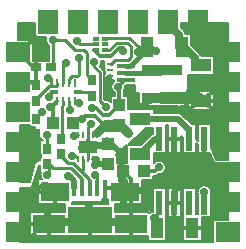
<source format=gtl>
G04 DipTrace 2.4.0.2*
%INUSBBiPower3.2.gtl*%
%MOIN*%
%ADD10C,0.0098*%
%ADD13C,0.016*%
%ADD14C,0.02*%
%ADD15C,0.03*%
%ADD16C,0.012*%
%ADD17C,0.0094*%
%ADD18C,0.01*%
%ADD21C,0.0079*%
%ADD22C,0.025*%
%ADD23C,0.0118*%
%ADD24C,0.04*%
%ADD25C,0.006*%
%ADD26C,0.013*%
%ADD27R,0.08X0.0669*%
%ADD28R,0.0669X0.08*%
%ADD29R,0.0394X0.0433*%
%ADD30R,0.0433X0.0394*%
%ADD32R,0.071X0.044*%
%ADD33R,0.044X0.071*%
%ADD34R,0.0276X0.0354*%
%ADD35R,0.0354X0.0276*%
%ADD37R,0.0276X0.013*%
%ADD38R,0.011X0.0276*%
%ADD39R,0.0094X0.0276*%
%ADD44R,0.0094X0.0236*%
%ADD45R,0.063X0.0394*%
%ADD46C,0.028*%
%ADD48R,0.0157X0.0531*%
%ADD49R,0.0945X0.063*%
%ADD50R,0.1063X0.063*%
%ADD51R,0.1476X0.0906*%
%ADD52R,0.134X0.038*%
%ADD56R,0.0236X0.0098*%
%ADD57O,0.0236X0.0098*%
%ADD58R,0.0646X0.0173*%
%ADD60R,0.0205X0.0118*%
%ADD61R,0.0236X0.0787*%
%ADD62C,0.028*%
%FSLAX44Y44*%
G04*
G70*
G90*
G75*
G01*
%LNTop*%
%LPD*%
X7556Y9853D2*
D13*
X7684D1*
X8301Y10470D1*
X8227D1*
X4558Y7574D2*
D14*
Y6869D1*
X4595Y6832D1*
X3937Y6293D2*
X4476Y6832D1*
X4595D1*
X7316Y7875D2*
D16*
Y7759D1*
X6920D1*
X6513Y8166D1*
X6174D1*
X6066Y8058D1*
X4595Y6832D2*
Y7537D1*
X4558Y7574D1*
X6066Y8058D2*
X5886D1*
X5765Y7938D1*
X6426Y7541D2*
D17*
X6583D1*
D16*
X6640D1*
X6790Y7691D1*
X7316D1*
Y7875D1*
Y7976D1*
X6839D1*
X6477Y7614D1*
D17*
Y7592D1*
X6426Y7541D1*
X7316Y7875D2*
D16*
X6889D1*
X6634Y7620D1*
D17*
Y7592D1*
X6583Y7541D1*
X7608Y7608D2*
D16*
Y7612D1*
D15*
X7346Y7875D1*
D16*
X7316D1*
X8227Y10470D2*
D18*
X8406D1*
X8548Y10328D1*
X8227Y10470D2*
X7960D1*
X7648Y10782D1*
X6876D1*
X6850Y10755D1*
X5250Y9267D2*
Y9161D1*
X5042D1*
X4974D1*
X4540Y8728D1*
Y8688D1*
X4953Y9444D2*
X5042D1*
Y9161D1*
X5915Y10665D2*
Y10649D1*
X6006Y10558D1*
X6547D1*
X5105Y10711D2*
X5503D1*
X5845Y10369D1*
X6138D1*
X6238Y10269D1*
Y9533D1*
X6411Y9360D1*
X5105Y10711D2*
Y9848D1*
X5047Y9790D1*
X6411Y8848D2*
Y8971D1*
X5939D1*
X6333Y5763D2*
X6304D1*
Y6074D1*
X5998Y6380D1*
X5776Y6602D1*
X5596D1*
X5329Y6870D1*
X5368Y6909D1*
X6111Y6754D2*
Y6380D1*
X5998D1*
X4918Y6577D2*
X4959D1*
X5104Y6431D1*
X5709D1*
X6078Y6062D1*
Y5763D1*
X5953Y6754D2*
D21*
X5828Y6880D1*
X5771D1*
X5747Y6855D1*
X4921Y6215D2*
D18*
X4959Y6253D1*
Y6577D1*
X5644Y8676D2*
D17*
Y8598D1*
D18*
Y8399D1*
X5676Y8366D1*
X4918Y7088D2*
Y7533D1*
X4921Y7536D1*
X5368Y7420D2*
X5424D1*
Y8507D1*
X5447Y8529D1*
Y8676D1*
X6268Y7541D2*
Y7788D1*
X6386Y7906D1*
X6268Y7541D2*
D17*
Y7192D1*
D16*
X6225D1*
Y7239D1*
X5172Y5654D2*
Y5132D1*
X4869D1*
Y4668D1*
X4965Y4572D1*
X7702D2*
Y5096D1*
X7398D1*
Y5558D1*
X7495Y5654D1*
X6845Y5763D2*
X7387D1*
X7495Y5654D1*
X6424Y7285D2*
Y7234D1*
X6673D1*
X6679Y7240D1*
X6940D1*
X7495Y5654D2*
D14*
Y6007D1*
X7368Y6134D1*
Y6926D1*
X6923Y7371D1*
Y7224D1*
X6940Y7240D1*
X3937Y4293D2*
D16*
Y4347D1*
X4270D1*
Y5275D1*
X4376Y5381D1*
X4650Y5654D1*
X5172D1*
X3937Y5293D2*
X4153D1*
X4764Y5904D1*
X4922D1*
X5172Y5654D1*
X7421Y6041D2*
Y6007D1*
X7495D1*
X7298Y5096D2*
X7398D1*
X4851Y5132D2*
X4869D1*
X4516Y5254D2*
D18*
Y5381D1*
X4376D1*
X6406Y8426D2*
D16*
X6535D1*
X6769Y8192D1*
X6966D1*
X7316Y8542D1*
Y8544D1*
X7118Y4628D2*
Y4572D1*
X7702D1*
X5096Y7938D2*
Y8522D1*
X5250Y8676D1*
X5096Y7938D2*
Y8392D1*
X5015Y8473D1*
X7702Y4571D2*
Y6079D1*
X7458Y6324D1*
X8160Y5733D2*
X7574D1*
X7495Y5654D1*
X6268Y6754D2*
D17*
Y7025D1*
D16*
Y7148D1*
X6847D1*
X6940Y7240D1*
X7702Y4572D2*
X7175D1*
X7118Y4628D1*
X9407Y10470D2*
D22*
X9467D1*
X9846Y10091D1*
Y9863D1*
X10039D1*
X7316Y8544D2*
D16*
Y9117D1*
X7285Y9148D1*
X6268Y7148D2*
Y7363D1*
D17*
Y7541D1*
X9407Y10470D2*
D22*
X9310D1*
Y10875D1*
X8892Y11293D1*
X8937D1*
X7285Y9148D2*
D16*
X7517Y9381D1*
X7556D1*
X9156Y7411D2*
D14*
Y6935D1*
X9825Y6266D1*
X10189D1*
X10910D1*
X10937Y6293D1*
D16*
X10748D1*
Y5293D1*
X10937D1*
X9284Y5801D2*
X9373D1*
X9815Y6243D1*
X10748D1*
Y5293D1*
X9373Y5801D2*
X9840Y6267D1*
X10911D1*
X10937Y6293D1*
X9284Y5801D2*
Y5785D1*
X9213Y5714D1*
Y5342D1*
X9156Y5285D1*
X9754Y4455D2*
X9438D1*
X9156Y4737D1*
Y5285D1*
X7435Y10353D2*
Y10424D1*
X7301D1*
X7049Y10172D1*
X6681D1*
D23*
X6491Y10362D1*
X6547D1*
X5543Y4640D2*
D16*
X6264D1*
X6333Y4710D1*
X10156Y7411D2*
Y6299D1*
X10189Y6266D1*
X5953Y7541D2*
D18*
X5822D1*
Y7507D1*
X6589Y5763D2*
Y6129D1*
X6523Y6196D1*
X6490Y9988D2*
Y9800D1*
X6663Y9628D1*
Y8681D1*
X6863Y8481D1*
X5644Y9267D2*
D17*
Y9419D1*
D18*
X5743Y9519D1*
X5941D1*
X5986Y9564D1*
Y10103D1*
X5447Y9267D2*
D17*
Y9937D1*
X5552D1*
X6850Y10362D2*
D18*
X6975D1*
X7229Y10615D1*
X7585D1*
X7697Y10504D1*
Y10141D1*
D10*
X7606Y10050D1*
X7180D1*
X7042Y9912D1*
X7025D1*
X8656Y7411D2*
D18*
X8521D1*
D14*
X8016Y6906D1*
X9656Y7411D2*
Y7712D1*
X9288Y8079D1*
X8023D1*
X8016Y8086D1*
X8574Y4455D2*
D18*
Y5204D1*
X8656Y5285D1*
X8574Y4455D2*
Y4667D1*
X8484Y4757D1*
X7556Y9617D2*
D13*
X8662D1*
X8750Y9704D1*
X6426Y6754D2*
D18*
X6504D1*
D14*
Y6536D1*
X6583Y6754D2*
X6485D1*
X6673Y6566D1*
X6504D1*
Y6536D1*
X6940Y6571D2*
X6932Y6563D1*
X6504D1*
X5822Y5763D2*
Y6020D1*
X5664Y6177D1*
X5592D1*
X5840Y8676D2*
D18*
X5903Y8613D1*
X5986D1*
X4558Y8086D2*
Y8123D1*
X4727Y8292D1*
X5151Y8971D2*
D16*
X5094D1*
X4983Y8860D1*
Y8814D1*
X8127Y6324D2*
X8505D1*
X8638Y6457D1*
X4540Y9200D2*
X4467D1*
X4374Y9293D1*
X3937D1*
X4540Y9200D2*
Y9784D1*
X4535Y9790D1*
X8750Y8774D2*
D24*
X9948D1*
X10039Y8683D1*
D16*
X10548D1*
X10586Y8644D1*
X10937Y8293D1*
X4535Y9790D2*
X4441D1*
X3937Y10293D1*
X10176Y10527D2*
X10216D1*
X10752Y11063D1*
X6917Y9096D2*
Y9214D1*
D10*
X7025Y9321D1*
Y9518D1*
X9937Y11293D2*
D16*
Y10766D1*
X10176Y10527D1*
X10703D1*
X10937Y10293D1*
Y10146D1*
X10583Y9793D1*
Y9647D1*
X10937Y9293D1*
X10583Y9647D2*
Y8647D1*
X10586Y8644D2*
Y7644D1*
X10937Y7293D1*
X10156Y5285D2*
Y5632D1*
X10153Y5634D1*
D62*
X7951Y10302D3*
X7608Y7608D3*
X8548Y10328D3*
X5915Y10665D3*
X5986Y10103D3*
X5552Y9937D3*
X4983Y8814D3*
X6917Y9096D3*
X7421Y6041D3*
X4953Y9444D3*
X8160Y5733D3*
X7298Y5096D3*
X4851Y5132D3*
X4516Y5254D3*
X8638Y6457D3*
X7285Y9148D3*
X5015Y8473D3*
X9284Y5801D3*
X5986Y8613D3*
X4473Y4140D3*
X6406Y8426D3*
X5543Y4640D3*
X7118Y4628D3*
X5676Y8366D3*
X4727Y8292D3*
X4921Y7536D3*
X6301Y5193D3*
X8484Y4757D3*
X6504Y6536D3*
X5592Y6177D3*
X6523Y6196D3*
X4921Y6215D3*
X5747Y6855D3*
X5822Y7507D3*
X4595Y6832D3*
X6066Y8058D3*
X6386Y7906D3*
X6863Y8481D3*
X6490Y9988D3*
X5105Y10711D3*
X10176Y10527D3*
X4210Y11012D3*
X4599Y10154D3*
X10752Y11063D3*
X10153Y5634D3*
X7435Y10353D3*
X10015Y8266D3*
X10143Y9252D3*
X9372Y11204D2*
D25*
X10948D1*
X9371Y11146D2*
X10948D1*
X9410Y11087D2*
X10948D1*
X9469Y11029D2*
X10948D1*
X9511Y10970D2*
X10948D1*
X9726Y10912D2*
X10948D1*
X9726Y10853D2*
X10948D1*
X9726Y10795D2*
X10948D1*
X9726Y10736D2*
X10947D1*
X9726Y10678D2*
X10947D1*
X9726Y10619D2*
X10947D1*
X9726Y10561D2*
X10947D1*
X9748Y10502D2*
X10947D1*
X9807Y10444D2*
X10947D1*
X9865Y10385D2*
X10947D1*
X9924Y10326D2*
X10947D1*
X9983Y10268D2*
X10947D1*
X10034Y10209D2*
X10947D1*
X10492Y10151D2*
X10947D1*
X10492Y10092D2*
X10947D1*
X10492Y10034D2*
X10947D1*
X10492Y9975D2*
X10947D1*
X10492Y9917D2*
X10947D1*
X10492Y9858D2*
X10947D1*
X10492Y9800D2*
X10947D1*
X10492Y9741D2*
X10947D1*
X10492Y9683D2*
X10947D1*
X10492Y9624D2*
X10947D1*
X10492Y9566D2*
X10947D1*
X9617Y9507D2*
X10947D1*
X9617Y9448D2*
X10947D1*
X9617Y9390D2*
X10947D1*
X9617Y9331D2*
X10947D1*
X9617Y9273D2*
X10947D1*
X9617Y9214D2*
X10947D1*
X9617Y9156D2*
X10947D1*
X9617Y9097D2*
X10947D1*
X9617Y9039D2*
X10947D1*
X10492Y8980D2*
X10947D1*
X9518Y8922D2*
X9585D1*
X10492D2*
X10947D1*
X9518Y8863D2*
X9585D1*
X10492D2*
X10947D1*
X9518Y8805D2*
X9585D1*
X10492D2*
X10947D1*
X9518Y8746D2*
X9585D1*
X10492D2*
X10947D1*
X9518Y8688D2*
X9585D1*
X10492D2*
X10947D1*
X9518Y8629D2*
X9585D1*
X10492D2*
X10947D1*
X9518Y8571D2*
X9585D1*
X10492D2*
X10947D1*
X9518Y8512D2*
X9585D1*
X10492D2*
X10947D1*
X9341Y8453D2*
X9585D1*
X10492D2*
X10947D1*
X9340Y8395D2*
X9585D1*
X10492D2*
X10947D1*
X9340Y8336D2*
X10946D1*
X9339Y8278D2*
X10946D1*
X9426Y8219D2*
X10946D1*
X9485Y8161D2*
X10946D1*
X9543Y8102D2*
X10946D1*
X9602Y8044D2*
X10946D1*
X9660Y7985D2*
X10946D1*
X9719Y7927D2*
X10946D1*
X9872Y7868D2*
X9940D1*
X10372D2*
X10946D1*
X9872Y7810D2*
X9940D1*
X10372D2*
X10946D1*
X9872Y7751D2*
X9940D1*
X10372D2*
X10946D1*
X9872Y7693D2*
X9940D1*
X10372D2*
X10946D1*
X9872Y7634D2*
X9940D1*
X10372D2*
X10946D1*
X9872Y7576D2*
X9940D1*
X10372D2*
X10946D1*
X9872Y7517D2*
X9940D1*
X10372D2*
X10946D1*
X9872Y7458D2*
X9940D1*
X10372D2*
X10946D1*
X9872Y7400D2*
X9940D1*
X10372D2*
X10946D1*
X10372Y7341D2*
X10946D1*
X10372Y7283D2*
X10946D1*
X10372Y7224D2*
X10946D1*
X10372Y7166D2*
X10946D1*
X10393Y7107D2*
X10946D1*
X10418Y7049D2*
X10946D1*
X10443Y6990D2*
X10946D1*
X10467Y6932D2*
X10946D1*
X10492Y6873D2*
X10946D1*
X10517Y6815D2*
X10946D1*
X10541Y6756D2*
X10946D1*
X10550Y6720D2*
X10952D1*
Y7107D1*
X10954Y11263D1*
X9367Y11259D1*
X9365Y11127D1*
X9464Y11028D1*
X9484Y11006D1*
X9500Y10981D1*
X9513Y10954D1*
X9521Y10926D1*
X9543Y10917D1*
X9719D1*
Y10526D1*
X10000Y10245D1*
X10019Y10222D1*
X10035Y10198D1*
X10071Y10175D1*
X10486D1*
Y9550D1*
X9611D1*
Y8995D1*
X10486D1*
Y8370D1*
X9592D1*
Y8946D1*
X9511D1*
X9512Y8787D1*
Y8492D1*
X9335D1*
X9333Y8267D1*
X9371Y8253D1*
X9397Y8238D1*
X9424Y8215D1*
X9745Y7897D1*
X9866D1*
X9867Y7396D1*
X9946Y7355D1*
X9945Y7763D1*
Y7897D1*
X10366D1*
Y7135D1*
X10381Y7123D1*
X10551Y6720D1*
X9592Y8995D2*
D26*
X10486Y8370D1*
Y8995D2*
X9592Y8370D1*
X4014Y7834D2*
D25*
X4322D1*
X4014Y7776D2*
X4492D1*
X4014Y7717D2*
X4492D1*
X4014Y7659D2*
X4521D1*
X4014Y7600D2*
X4627D1*
X4014Y7542D2*
X4627D1*
X4014Y7483D2*
X4642D1*
X4014Y7425D2*
X4676D1*
X4014Y7366D2*
X4745D1*
X4014Y7307D2*
X4681D1*
X4014Y7249D2*
X4681D1*
X4014Y7190D2*
X4681D1*
X4014Y7132D2*
X4681D1*
X4014Y7073D2*
X4681D1*
X4014Y7015D2*
X4681D1*
X4014Y6956D2*
X4681D1*
X4014Y6898D2*
X4681D1*
X4014Y6839D2*
X4681D1*
X4014Y6781D2*
X4681D1*
X4014Y6722D2*
X4681D1*
X4014Y6664D2*
X4557D1*
X4014Y6605D2*
X4505D1*
X4014Y6547D2*
X4489D1*
X4014Y6488D2*
X4472D1*
X4014Y6430D2*
X4454D1*
X4014Y6371D2*
X4437D1*
X4014Y6312D2*
X4420D1*
X4014Y6254D2*
X4404D1*
X4014Y6195D2*
X4386D1*
X4014Y6137D2*
X4369D1*
X4014Y6078D2*
X4352D1*
X4014Y6020D2*
X4335D1*
X4327Y7866D2*
X4008D1*
Y7614D1*
Y5984D1*
X4330D1*
X4520Y6636D1*
X4542Y6656D1*
X4688Y6705D1*
X4687Y6846D1*
Y7358D1*
X4767D1*
X4728Y7380D1*
X4705Y7399D1*
X4685Y7420D1*
X4667Y7445D1*
X4653Y7471D1*
X4642Y7499D1*
X4635Y7528D1*
X4631Y7557D1*
X4634Y7605D1*
X4603Y7606D1*
X4587Y7612D1*
X4510Y7672D1*
X4499Y7699D1*
Y7817D1*
X4328Y7816D1*
Y7866D1*
X8872Y7844D2*
X8939D1*
X8872Y7786D2*
X8939D1*
X8156Y7727D2*
X8440D1*
X8872D2*
X8939D1*
X8092Y7669D2*
X8440D1*
X8872D2*
X8939D1*
X8027Y7610D2*
X8440D1*
X8872D2*
X8939D1*
X7963Y7551D2*
X8384D1*
X8872D2*
X8939D1*
X7899Y7493D2*
X8325D1*
X8872D2*
X8939D1*
X9372D2*
X9411D1*
X7835Y7434D2*
X8266D1*
X8872D2*
X8939D1*
X9372D2*
X9439D1*
X7770Y7376D2*
X8208D1*
X8872D2*
X8939D1*
X9372D2*
X9439D1*
X7707Y7317D2*
X8149D1*
X8872D2*
X8939D1*
X9372D2*
X9439D1*
X7642Y7259D2*
X8091D1*
X8872D2*
X8939D1*
X9372D2*
X9439D1*
X8872Y7200D2*
X8939D1*
X9372D2*
X9439D1*
X9872D2*
X9940D1*
X7513Y7142D2*
X7563D1*
X8872D2*
X8939D1*
X9372D2*
X9439D1*
X9872D2*
X9940D1*
X7449Y7083D2*
X7563D1*
X8872D2*
X8939D1*
X9372D2*
X9439D1*
X9872D2*
X9940D1*
X7385Y7025D2*
X7563D1*
X8872D2*
X8939D1*
X9372D2*
X9439D1*
X9872D2*
X9940D1*
X7320Y6966D2*
X7563D1*
X8872D2*
X8939D1*
X9372D2*
X9439D1*
X9872D2*
X9940D1*
X7257Y6908D2*
X7563D1*
X8470D2*
X10333D1*
X7234Y6849D2*
X7563D1*
X8470D2*
X10358D1*
X7234Y6791D2*
X7563D1*
X8470D2*
X10383D1*
X7234Y6732D2*
X7563D1*
X8470D2*
X10407D1*
X7234Y6673D2*
X7563D1*
X8470D2*
X8548D1*
X8728D2*
X10431D1*
X7234Y6615D2*
X7563D1*
X8814D2*
X10463D1*
X8854Y6556D2*
X10936D1*
X4629Y6498D2*
X4682D1*
X8873D2*
X10934D1*
X4612Y6439D2*
X4682D1*
X8875D2*
X10933D1*
X4596Y6381D2*
X4682D1*
X8863D2*
X10933D1*
X4579Y6322D2*
X4682D1*
X8833D2*
X10933D1*
X4562Y6264D2*
X4687D1*
X8772D2*
X10933D1*
X4546Y6205D2*
X4683D1*
X8606D2*
X10933D1*
X4529Y6147D2*
X4693D1*
X8441D2*
X10933D1*
X4512Y6088D2*
X4720D1*
X8441D2*
X10933D1*
X4496Y6030D2*
X4601D1*
X8066D2*
X10933D1*
X4480Y5971D2*
X4601D1*
X8066D2*
X10933D1*
X4463Y5913D2*
X4601D1*
X8066D2*
X10932D1*
X4446Y5854D2*
X4601D1*
X8066D2*
X10072D1*
X10235D2*
X10932D1*
X4429Y5796D2*
X4601D1*
X8066D2*
X9980D1*
X10327D2*
X10932D1*
X4001Y5737D2*
X4601D1*
X8066D2*
X8440D1*
X8872D2*
X8939D1*
X9372D2*
X9439D1*
X9872D2*
X9939D1*
X10372D2*
X10932D1*
X4001Y5678D2*
X4601D1*
X8066D2*
X8440D1*
X8872D2*
X8939D1*
X9372D2*
X9439D1*
X9872D2*
X9919D1*
X10387D2*
X10932D1*
X4002Y5620D2*
X4601D1*
X8066D2*
X8440D1*
X8872D2*
X8939D1*
X9372D2*
X9439D1*
X9872D2*
X9915D1*
X10391D2*
X10932D1*
X4002Y5561D2*
X4601D1*
X8066D2*
X8440D1*
X8872D2*
X8939D1*
X9372D2*
X9439D1*
X9872D2*
X9926D1*
X10380D2*
X10932D1*
X4002Y5503D2*
X4601D1*
X8066D2*
X8440D1*
X8872D2*
X8939D1*
X9372D2*
X9439D1*
X9872D2*
X9940D1*
X10372D2*
X10932D1*
X4003Y5444D2*
X4601D1*
X8066D2*
X8440D1*
X8872D2*
X8939D1*
X9372D2*
X9439D1*
X9872D2*
X9940D1*
X10372D2*
X10932D1*
X4003Y5386D2*
X4601D1*
X6757D2*
X6924D1*
X8066D2*
X8440D1*
X8872D2*
X8939D1*
X9372D2*
X9439D1*
X9872D2*
X9940D1*
X10372D2*
X10932D1*
X4004Y5327D2*
X4601D1*
X6754D2*
X6924D1*
X8066D2*
X8440D1*
X8872D2*
X8939D1*
X9372D2*
X9439D1*
X9872D2*
X9940D1*
X10372D2*
X10932D1*
X4004Y5269D2*
X4601D1*
X5743D2*
X6924D1*
X8066D2*
X8440D1*
X8872D2*
X8939D1*
X9372D2*
X9439D1*
X9872D2*
X9940D1*
X10372D2*
X10932D1*
X4005Y5210D2*
X5497D1*
X7170D2*
X8427D1*
X8872D2*
X8939D1*
X9372D2*
X9439D1*
X9872D2*
X9940D1*
X10372D2*
X10932D1*
X4005Y5152D2*
X5497D1*
X7170D2*
X8426D1*
X8872D2*
X8939D1*
X9372D2*
X9439D1*
X9872D2*
X9940D1*
X10372D2*
X10932D1*
X4005Y5093D2*
X5497D1*
X7170D2*
X8426D1*
X8872D2*
X8939D1*
X9372D2*
X9439D1*
X9872D2*
X9940D1*
X10372D2*
X10931D1*
X4006Y5035D2*
X5497D1*
X7170D2*
X8426D1*
X8872D2*
X8939D1*
X9372D2*
X9439D1*
X9872D2*
X9940D1*
X10372D2*
X10931D1*
X4006Y4976D2*
X4336D1*
X8331D2*
X8401D1*
X8872D2*
X8939D1*
X9372D2*
X9439D1*
X9872D2*
X9940D1*
X10372D2*
X10931D1*
X4007Y4918D2*
X4336D1*
X8872D2*
X8939D1*
X9372D2*
X9439D1*
X9872D2*
X9940D1*
X10372D2*
X10931D1*
X4007Y4859D2*
X4336D1*
X8892D2*
X8939D1*
X9372D2*
X9437D1*
X10372D2*
X10931D1*
X4007Y4801D2*
X4336D1*
X8892D2*
X8939D1*
X9372D2*
X9437D1*
X10372D2*
X10931D1*
X4008Y4742D2*
X4336D1*
X8892D2*
X9437D1*
X10072D2*
X10931D1*
X4008Y4683D2*
X4336D1*
X8892D2*
X9437D1*
X10072D2*
X10439D1*
X4008Y4625D2*
X4336D1*
X8892D2*
X9437D1*
X10072D2*
X10439D1*
X4008Y4566D2*
X4336D1*
X8892D2*
X9437D1*
X10072D2*
X10439D1*
X4008Y4508D2*
X4336D1*
X8892D2*
X9437D1*
X10072D2*
X10439D1*
X4009Y4449D2*
X4336D1*
X8892D2*
X9437D1*
X10072D2*
X10439D1*
X4009Y4391D2*
X4336D1*
X8892D2*
X9437D1*
X10072D2*
X10439D1*
X4010Y4332D2*
X4336D1*
X8892D2*
X9437D1*
X10072D2*
X10439D1*
X4010Y4274D2*
X4336D1*
X8892D2*
X9437D1*
X10072D2*
X10439D1*
X4011Y4215D2*
X4336D1*
X8892D2*
X9437D1*
X10072D2*
X10439D1*
X4011Y4157D2*
X8257D1*
X8892D2*
X9437D1*
X10072D2*
X10439D1*
X4011Y4098D2*
X8257D1*
X8892D2*
X9437D1*
X10072D2*
X10439D1*
X4012Y4040D2*
X8257D1*
X8892D2*
X9437D1*
X10072D2*
X10439D1*
X4012Y3981D2*
X10439D1*
X10475Y4720D2*
X10937D1*
Y4954D1*
X10939Y6470D1*
X10944Y6594D1*
X10537Y6586D1*
X10508Y6591D1*
X10481Y6604D1*
X10460Y6625D1*
X10439Y6670D1*
X10330Y6925D1*
X9945D1*
Y7217D1*
X9866Y7259D1*
Y6925D1*
X9445D1*
Y7478D1*
X9367Y7519D1*
X9366Y7364D1*
Y6925D1*
X8945D1*
Y7887D1*
X8867D1*
X8866Y7448D1*
Y6925D1*
X8463D1*
X8464Y6611D1*
X8485Y6632D1*
X8508Y6650D1*
X8534Y6665D1*
X8562Y6676D1*
X8591Y6684D1*
X8620Y6689D1*
X8650D1*
X8680Y6685D1*
X8709Y6678D1*
X8737Y6667D1*
X8763Y6653D1*
X8787Y6635D1*
X8809Y6614D1*
X8827Y6591D1*
X8843Y6566D1*
X8855Y6538D1*
X8864Y6510D1*
X8869Y6480D1*
X8870Y6457D1*
X8868Y6427D1*
X8863Y6398D1*
X8853Y6369D1*
X8840Y6342D1*
X8824Y6317D1*
X8804Y6295D1*
X8782Y6275D1*
X8757Y6258D1*
X8731Y6244D1*
X8703Y6234D1*
X8674Y6227D1*
X8644Y6225D1*
X8622Y6226D1*
X8590Y6198D1*
X8563Y6183D1*
X8535Y6175D1*
X8505Y6172D1*
X8435D1*
X8436Y6035D1*
X8059D1*
X8060Y6002D1*
Y5247D1*
X7164D1*
Y4979D1*
X8325D1*
Y4927D1*
X8355Y4950D1*
X8381Y4965D1*
X8408Y4977D1*
X8432Y4983D1*
Y5204D1*
X8435Y5233D1*
X8442Y5257D1*
X8445Y5278D1*
Y5771D1*
X8866D1*
Y4902D1*
X8887Y4903D1*
Y4008D1*
X8262D1*
Y4164D1*
X8134Y4165D1*
X4342D1*
Y4979D1*
X5503D1*
Y5247D1*
X4607D1*
Y6062D1*
X4746D1*
X4725Y6090D1*
X4710Y6117D1*
X4699Y6144D1*
X4692Y6173D1*
X4689Y6203D1*
Y6233D1*
X4693Y6263D1*
X4708Y6308D1*
X4687Y6307D1*
Y6523D1*
X4629Y6522D1*
X4595Y6400D1*
X4422Y5790D1*
X4401Y5769D1*
X4393Y5768D1*
X3994D1*
X3996Y5588D1*
X4007Y3973D1*
X10445Y3967D1*
Y4720D1*
X10475D1*
X7220Y6880D2*
X7229D1*
Y6613D1*
X7569D1*
Y7198D1*
X7457Y7096D1*
X7220Y6880D1*
X8446Y7774D2*
X8202D1*
X7592Y7219D1*
X8056D1*
X8385Y7547D1*
X8407Y7566D1*
X8446Y7587D1*
X8445Y7775D1*
X9866Y4903D2*
X9945D1*
Y5531D1*
X9932Y5564D1*
X9925Y5593D1*
X9921Y5623D1*
X9922Y5653D1*
X9926Y5682D1*
X9934Y5711D1*
X9945Y5738D1*
Y5771D1*
X9965D1*
X10000Y5809D1*
X10024Y5827D1*
X10050Y5842D1*
X10077Y5854D1*
X10106Y5862D1*
X10136Y5866D1*
X10166D1*
X10195Y5863D1*
X10224Y5856D1*
X10252Y5845D1*
X10278Y5830D1*
X10302Y5813D1*
X10324Y5792D1*
X10341Y5771D1*
X10366D1*
Y5727D1*
X10380Y5687D1*
X10384Y5658D1*
X10386Y5634D1*
X10384Y5605D1*
X10378Y5575D1*
X10366Y5541D1*
Y5113D1*
Y4799D1*
X10066D1*
X10067Y4729D1*
Y4008D1*
X9442D1*
Y4903D1*
X9446D1*
X9445Y5771D1*
X9866D1*
Y4902D1*
X6760Y5406D2*
X6751Y5405D1*
Y5346D1*
X6736Y5321D1*
X6721Y5316D1*
X5736D1*
X5737Y5278D1*
Y5254D1*
X6930Y5255D1*
Y5405D1*
X6753D1*
X8951Y5771D2*
X9366D1*
Y4799D1*
X8945D1*
Y5771D1*
X8951D1*
X9442Y4455D2*
D26*
X10067D1*
X7458Y6613D2*
D16*
Y6324D1*
X6845Y5763D2*
Y5405D1*
X5172Y5654D2*
Y5247D1*
X4607Y5654D2*
X5172D1*
X7495D2*
Y5247D1*
Y5654D2*
X8060D1*
X4965Y4979D2*
Y4165D1*
X4342Y4572D2*
X4965D1*
X7702Y4979D2*
Y4165D1*
X6333Y5255D2*
Y4165D1*
X10156Y7411D2*
Y6925D1*
X9156Y7411D2*
Y6925D1*
X8945Y7411D2*
X9366D1*
X9156Y5771D2*
Y4799D1*
X8945Y5285D2*
X9366D1*
X3960Y11216D2*
D25*
X4504D1*
X3960Y11157D2*
X4504D1*
X3961Y11099D2*
X4504D1*
X3961Y11040D2*
X4504D1*
X3961Y10981D2*
X4504D1*
X3962Y10923D2*
X4504D1*
X3962Y10864D2*
X4509D1*
X3962Y10806D2*
X4567D1*
X3963Y10747D2*
X4869D1*
X4435Y10689D2*
X4868D1*
X4435Y10630D2*
X4882D1*
X4435Y10572D2*
X4913D1*
X4435Y10513D2*
X4956D1*
X4435Y10455D2*
X4956D1*
X4435Y10396D2*
X4956D1*
X4435Y10338D2*
X4956D1*
X4435Y10279D2*
X4956D1*
X4435Y10221D2*
X4956D1*
X4435Y10162D2*
X4956D1*
X4435Y10104D2*
X4956D1*
X4435Y10045D2*
X4956D1*
X6728Y9986D2*
X6809D1*
X6721Y9928D2*
X6809D1*
X6695Y9869D2*
X6809D1*
X6687Y9811D2*
X6809D1*
X6745Y9752D2*
X6813D1*
X6810Y9401D2*
X6870D1*
X6810Y9343D2*
X7135D1*
X6810Y9284D2*
X7091D1*
X6810Y9226D2*
X7060D1*
X6810Y9167D2*
X7047D1*
X7525D2*
X7835D1*
X6810Y9109D2*
X7050D1*
X7519D2*
X7835D1*
X6810Y9050D2*
X7069D1*
X7501D2*
X7835D1*
X6810Y8991D2*
X7107D1*
X7474D2*
X7835D1*
X6810Y8933D2*
X7158D1*
X7474D2*
X7981D1*
X6810Y8874D2*
X7158D1*
X7474D2*
X7981D1*
X6810Y8816D2*
X7021D1*
X7611D2*
X7981D1*
X6810Y8757D2*
X7021D1*
X7611D2*
X7981D1*
X6949Y8699D2*
X7021D1*
X7611D2*
X7981D1*
X7611Y8640D2*
X7981D1*
X7611Y8582D2*
X7981D1*
X7611Y8523D2*
X7981D1*
X7611Y8465D2*
X9280D1*
X7611Y8406D2*
X9279D1*
X8469Y8348D2*
X9279D1*
X8469Y8289D2*
X9278D1*
X7057Y8853D2*
X7164D1*
Y8951D1*
X7127Y8978D1*
X7106Y8999D1*
X7089Y9024D1*
X7074Y9050D1*
X7063Y9078D1*
X7056Y9107D1*
X7053Y9136D1*
Y9166D1*
X7058Y9196D1*
X7066Y9225D1*
X7077Y9252D1*
X7092Y9278D1*
X7111Y9302D1*
X7141Y9330D1*
Y9386D1*
X7124Y9380D1*
X7094Y9377D1*
X6939Y9378D1*
X6910Y9385D1*
X6883Y9397D1*
X6859Y9415D1*
X6839Y9438D1*
X6825Y9464D1*
X6817Y9493D1*
X6814Y9523D1*
X6818Y9552D1*
X6829Y9580D1*
X6844Y9606D1*
X6854Y9617D1*
X6839Y9635D1*
X6825Y9661D1*
X6817Y9690D1*
X6815Y9720D1*
X6819Y9749D1*
X6827Y9771D1*
X6814D1*
Y10020D1*
X6720D1*
X6723Y9988D1*
X6721Y9959D1*
X6715Y9929D1*
X6706Y9901D1*
X6693Y9874D1*
X6676Y9849D1*
X6661Y9831D1*
X6763Y9729D1*
X6782Y9705D1*
X6796Y9679D1*
X6802Y9656D1*
X6805Y9598D1*
X6806Y8739D1*
X6834Y8711D1*
X6875Y8713D1*
X6905Y8710D1*
X6934Y8702D1*
X6962Y8691D1*
X6988Y8677D1*
X7012Y8659D1*
X7027Y8644D1*
Y8853D1*
X7057D1*
X7469D2*
X7605D1*
Y8399D1*
X8436D1*
X8463D1*
Y8273D1*
X8621Y8272D1*
X9285D1*
X9286Y8492D1*
X7987D1*
Y8946D1*
X7841D1*
Y9201D1*
X7553Y9202D1*
X7516Y9164D1*
X7515Y9118D1*
X7510Y9089D1*
X7500Y9061D1*
X7487Y9034D1*
X7468Y9005D1*
Y8852D1*
X3957Y10720D2*
X4429D1*
Y10020D1*
X4804D1*
X4963D1*
Y10357D1*
Y10528D1*
X4947Y10541D1*
X4927Y10562D1*
X4909Y10586D1*
X4895Y10613D1*
X4884Y10641D1*
X4876Y10670D1*
X4873Y10699D1*
Y10729D1*
X4878Y10759D1*
X4891Y10800D1*
X4602Y10801D1*
X4573Y10806D1*
X4547Y10820D1*
X4526Y10841D1*
X4514Y10868D1*
X4510Y10893D1*
Y11272D1*
X4222Y11273D1*
X3954Y11274D1*
X3957Y10720D1*
X4429D2*
D26*
X3937Y10293D1*
X4535Y10020D2*
Y9790D1*
X8750Y8774D2*
X7988Y8492D1*
X7025Y9518D2*
X6881Y9398D1*
D27*
X10937Y4293D3*
X3937Y9293D3*
X10937Y7293D3*
Y8293D3*
Y9293D3*
Y10293D3*
D28*
X8937Y11293D3*
D27*
X3937Y4293D3*
Y5293D3*
Y6293D3*
Y7293D3*
D28*
X9937Y11293D3*
D29*
X6940Y7240D3*
Y6571D3*
X7316Y8544D3*
Y7875D3*
D30*
X5096Y7938D3*
X5765D3*
D32*
X8016Y8086D3*
Y6906D3*
D33*
X8574Y4455D3*
X9754D3*
D30*
X8127Y6324D3*
X7458D3*
D34*
X6411Y8848D3*
Y9360D3*
D27*
X10937Y5293D3*
Y6293D3*
X3937Y8293D3*
Y10293D3*
D34*
X4918Y6577D3*
Y7088D3*
X5368Y6909D3*
Y7420D3*
X4558Y8086D3*
Y7574D3*
X4540Y9200D3*
Y8688D3*
D35*
X4535Y9790D3*
X5047D3*
D37*
X5939Y8971D3*
D38*
X5840Y9267D3*
D39*
X5644D3*
X5447D3*
D38*
X5250D3*
D37*
X5151Y8971D3*
D38*
X5250Y8676D3*
D39*
X5447D3*
X5644D3*
D38*
X5840D3*
D44*
X6583Y7541D3*
X6426D3*
X6268D3*
X6111D3*
X5953D3*
Y6754D3*
X6111D3*
X6268D3*
X6426D3*
X6583D3*
D45*
X6268Y7148D3*
D46*
X6446Y7093D3*
X6268Y7198D3*
X6091Y7093D3*
G36*
X4602Y11693D2*
X5272D1*
Y10893D1*
X4602D1*
Y11693D1*
G37*
D48*
X5822Y5763D3*
X6078D3*
X6333D3*
X6589D3*
X6845D3*
D49*
X5172Y5654D3*
X7495D3*
D50*
X4965Y4572D3*
X7702D3*
D51*
X6333Y4710D3*
D28*
X5937Y11293D3*
X6937D3*
X7937D3*
D52*
X8750Y8774D3*
Y9704D3*
D56*
X7025Y9912D3*
D57*
Y9715D3*
Y9518D3*
Y9321D3*
D58*
X7556Y9381D3*
Y9617D3*
Y9853D3*
D33*
X8227Y10470D3*
X9407D3*
D32*
X10039Y8683D3*
Y9863D3*
D60*
X6547Y10755D3*
Y10558D3*
Y10362D3*
X6850D3*
Y10558D3*
Y10755D3*
D61*
X10156Y7411D3*
X9656D3*
X9156D3*
X8656D3*
Y5285D3*
X9156D3*
X9656D3*
X10156D3*
M02*

</source>
